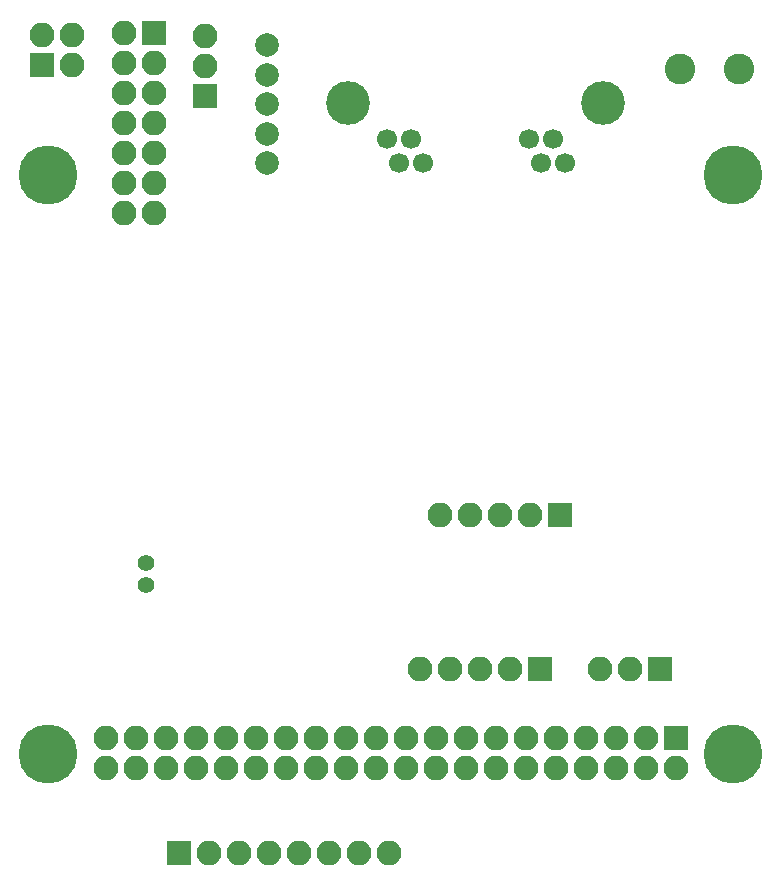
<source format=gbr>
G04 #@! TF.FileFunction,Soldermask,Bot*
%FSLAX46Y46*%
G04 Gerber Fmt 4.6, Leading zero omitted, Abs format (unit mm)*
G04 Created by KiCad (PCBNEW 4.0.7) date 06/19/19 10:20:30*
%MOMM*%
%LPD*%
G01*
G04 APERTURE LIST*
%ADD10C,0.100000*%
%ADD11C,5.000000*%
%ADD12C,3.700000*%
%ADD13C,1.700000*%
%ADD14R,2.100000X2.100000*%
%ADD15O,2.100000X2.100000*%
%ADD16C,2.600000*%
%ADD17C,2.000000*%
%ADD18C,1.400000*%
G04 APERTURE END LIST*
D10*
D11*
X61500000Y60500000D03*
D12*
X50500000Y66550000D03*
X28910000Y66550000D03*
D13*
X47250000Y61470000D03*
X46230000Y63500000D03*
X45210000Y61470000D03*
X44190000Y63500000D03*
X32160000Y63500000D03*
X33180000Y61470000D03*
X34200000Y63500000D03*
X35220000Y61470000D03*
D14*
X55280000Y18650000D03*
D15*
X52740000Y18650000D03*
X50200000Y18650000D03*
D14*
X45120000Y18650000D03*
D15*
X42580000Y18650000D03*
X40040000Y18650000D03*
X37500000Y18650000D03*
X34960000Y18650000D03*
D11*
X3500000Y11500000D03*
X61500000Y11500000D03*
X3500000Y60500000D03*
D14*
X56650000Y12800000D03*
D15*
X56650000Y10260000D03*
X54110000Y12800000D03*
X54110000Y10260000D03*
X51570000Y12800000D03*
X51570000Y10260000D03*
X49030000Y12800000D03*
X49030000Y10260000D03*
X46490000Y12800000D03*
X46490000Y10260000D03*
X43950000Y12800000D03*
X43950000Y10260000D03*
X41410000Y12800000D03*
X41410000Y10260000D03*
X38870000Y12800000D03*
X38870000Y10260000D03*
X36330000Y12800000D03*
X36330000Y10260000D03*
X33790000Y12800000D03*
X33790000Y10260000D03*
X31250000Y12800000D03*
X31250000Y10260000D03*
X28710000Y12800000D03*
X28710000Y10260000D03*
X26170000Y12800000D03*
X26170000Y10260000D03*
X23630000Y12800000D03*
X23630000Y10260000D03*
X21090000Y12800000D03*
X21090000Y10260000D03*
X18550000Y12800000D03*
X18550000Y10260000D03*
X16010000Y12800000D03*
X16010000Y10260000D03*
X13470000Y12800000D03*
X13470000Y10260000D03*
X10930000Y12800000D03*
X10930000Y10260000D03*
X8390000Y12800000D03*
X8390000Y10260000D03*
D16*
X62000000Y69500000D03*
X57000000Y69500000D03*
D14*
X46830000Y31700000D03*
D15*
X44290000Y31700000D03*
X41750000Y31700000D03*
X39210000Y31700000D03*
X36670000Y31700000D03*
D14*
X16750000Y67170000D03*
D15*
X16750000Y69710000D03*
X16750000Y72250000D03*
D17*
X22000000Y71500000D03*
X22000000Y69000000D03*
X22000000Y66500000D03*
X22000000Y64000000D03*
X22000000Y61500000D03*
D14*
X12500000Y72500000D03*
D15*
X9960000Y72500000D03*
X12500000Y69960000D03*
X9960000Y69960000D03*
X12500000Y67420000D03*
X9960000Y67420000D03*
X12500000Y64880000D03*
X9960000Y64880000D03*
X12500000Y62340000D03*
X9960000Y62340000D03*
X12500000Y59800000D03*
X9960000Y59800000D03*
X12500000Y57260000D03*
X9960000Y57260000D03*
D14*
X3000000Y69800000D03*
D15*
X5540000Y69800000D03*
X3000000Y72340000D03*
X5540000Y72340000D03*
D14*
X14550000Y3050000D03*
D15*
X17090000Y3050000D03*
X19630000Y3050000D03*
X22170000Y3050000D03*
X24710000Y3050000D03*
X27250000Y3050000D03*
X29790000Y3050000D03*
X32330000Y3050000D03*
D18*
X11800000Y27650000D03*
X11800000Y25750000D03*
M02*

</source>
